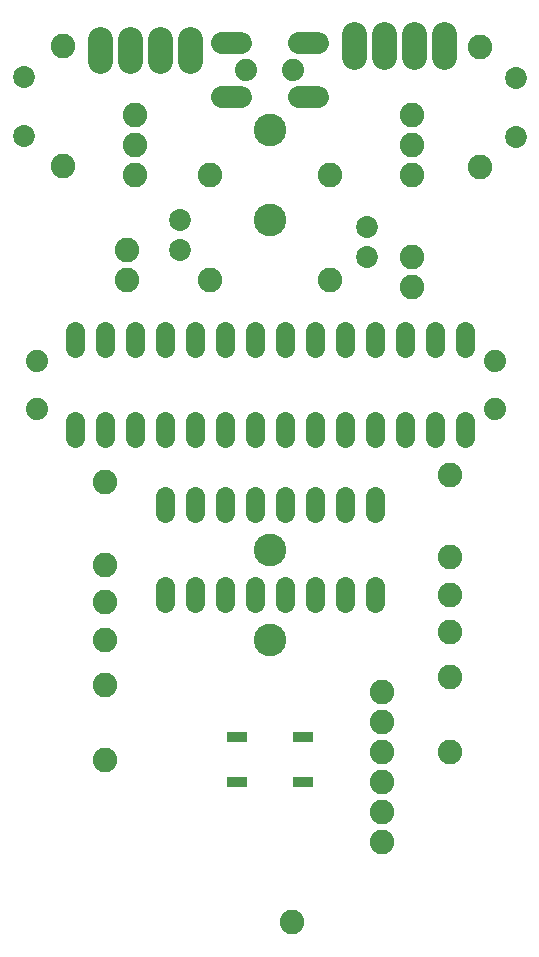
<source format=gts>
G75*
%MOIN*%
%OFA0B0*%
%FSLAX24Y24*%
%IPPOS*%
%LPD*%
%AMOC8*
5,1,8,0,0,1.08239X$1,22.5*
%
%ADD10C,0.0820*%
%ADD11C,0.0730*%
%ADD12C,0.0640*%
%ADD13R,0.0680X0.0380*%
%ADD14C,0.0720*%
%ADD15C,0.0740*%
%ADD16C,0.1085*%
%ADD17C,0.0820*%
D10*
X003990Y006790D03*
X003990Y009290D03*
X003990Y010790D03*
X003990Y012040D03*
X003990Y013290D03*
X003990Y016040D03*
X004740Y022790D03*
X004740Y023790D03*
X004990Y026290D03*
X004990Y027290D03*
X004990Y028290D03*
X002600Y026580D03*
X002600Y030580D03*
X007490Y026290D03*
X007490Y022790D03*
X011490Y022790D03*
X011490Y026290D03*
X014240Y026290D03*
X014240Y027290D03*
X014240Y028290D03*
X016490Y026540D03*
X014240Y023540D03*
X014240Y022540D03*
X015490Y016290D03*
X015490Y013540D03*
X015490Y012290D03*
X015490Y011040D03*
X015490Y009540D03*
X015490Y007040D03*
X013240Y007040D03*
X013240Y006040D03*
X013240Y005040D03*
X013240Y004040D03*
X013240Y008040D03*
X013240Y009040D03*
X010240Y001390D03*
X016490Y030540D03*
D11*
X017690Y029534D03*
X017690Y027566D03*
X012740Y024540D03*
X012740Y023540D03*
X006490Y023790D03*
X006490Y024790D03*
X001290Y027596D03*
X001290Y029564D03*
D12*
X002990Y021070D02*
X002990Y020510D01*
X003990Y020510D02*
X003990Y021070D01*
X004990Y021070D02*
X004990Y020510D01*
X005990Y020510D02*
X005990Y021070D01*
X006990Y021070D02*
X006990Y020510D01*
X007990Y020510D02*
X007990Y021070D01*
X008990Y021070D02*
X008990Y020510D01*
X009990Y020510D02*
X009990Y021070D01*
X010990Y021070D02*
X010990Y020510D01*
X011990Y020510D02*
X011990Y021070D01*
X012990Y021070D02*
X012990Y020510D01*
X013990Y020510D02*
X013990Y021070D01*
X014990Y021070D02*
X014990Y020510D01*
X015990Y020510D02*
X015990Y021070D01*
X015990Y018070D02*
X015990Y017510D01*
X014990Y017510D02*
X014990Y018070D01*
X013990Y018070D02*
X013990Y017510D01*
X012990Y017510D02*
X012990Y018070D01*
X011990Y018070D02*
X011990Y017510D01*
X010990Y017510D02*
X010990Y018070D01*
X009990Y018070D02*
X009990Y017510D01*
X008990Y017510D02*
X008990Y018070D01*
X007990Y018070D02*
X007990Y017510D01*
X006990Y017510D02*
X006990Y018070D01*
X005990Y018070D02*
X005990Y017510D01*
X004990Y017510D02*
X004990Y018070D01*
X003990Y018070D02*
X003990Y017510D01*
X002990Y017510D02*
X002990Y018070D01*
X005990Y015570D02*
X005990Y015010D01*
X006990Y015010D02*
X006990Y015570D01*
X007990Y015570D02*
X007990Y015010D01*
X008990Y015010D02*
X008990Y015570D01*
X009990Y015570D02*
X009990Y015010D01*
X010990Y015010D02*
X010990Y015570D01*
X011990Y015570D02*
X011990Y015010D01*
X012990Y015010D02*
X012990Y015570D01*
X012990Y012570D02*
X012990Y012010D01*
X011990Y012010D02*
X011990Y012570D01*
X010990Y012570D02*
X010990Y012010D01*
X009990Y012010D02*
X009990Y012570D01*
X008990Y012570D02*
X008990Y012010D01*
X007990Y012010D02*
X007990Y012570D01*
X006990Y012570D02*
X006990Y012010D01*
X005990Y012010D02*
X005990Y012570D01*
D13*
X008390Y007540D03*
X008390Y006040D03*
X010590Y006040D03*
X010590Y007540D03*
D14*
X010450Y028900D02*
X011090Y028900D01*
X011090Y030680D02*
X010450Y030680D01*
X008530Y030680D02*
X007890Y030680D01*
X007890Y028900D02*
X008530Y028900D01*
D15*
X008703Y029790D03*
X010277Y029790D03*
X016990Y020077D03*
X016990Y018503D03*
X001740Y018503D03*
X001740Y020077D03*
D16*
X009490Y024790D03*
X009490Y027790D03*
X009490Y013790D03*
X009490Y010790D03*
D17*
X006840Y030080D02*
X006840Y030820D01*
X005840Y030820D02*
X005840Y030080D01*
X004840Y030080D02*
X004840Y030820D01*
X003840Y030820D02*
X003840Y030080D01*
X012280Y030230D02*
X012280Y030970D01*
X013280Y030970D02*
X013280Y030230D01*
X014280Y030230D02*
X014280Y030970D01*
X015280Y030970D02*
X015280Y030230D01*
M02*

</source>
